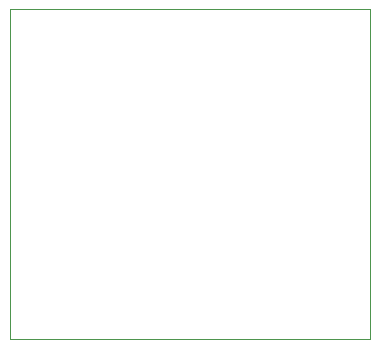
<source format=gbr>
%FSLAX46Y46*%
G04 Gerber Fmt 4.6, Leading zero omitted, Abs format (unit mm)*
G04 Created by KiCad (PCBNEW (2014-10-27 BZR 5228)-product) date 6/17/2015 7:46:51 PM*
%MOMM*%
G01*
G04 APERTURE LIST*
%ADD10C,0.150000*%
%ADD11C,0.100000*%
G04 APERTURE END LIST*
D10*
D11*
X218440000Y-115570000D02*
X187960000Y-115570000D01*
X218440000Y-143510000D02*
X187960000Y-143510000D01*
X187960000Y-143510000D02*
X187960000Y-115570000D01*
X218440000Y-115570000D02*
X218440000Y-143510000D01*
M02*

</source>
